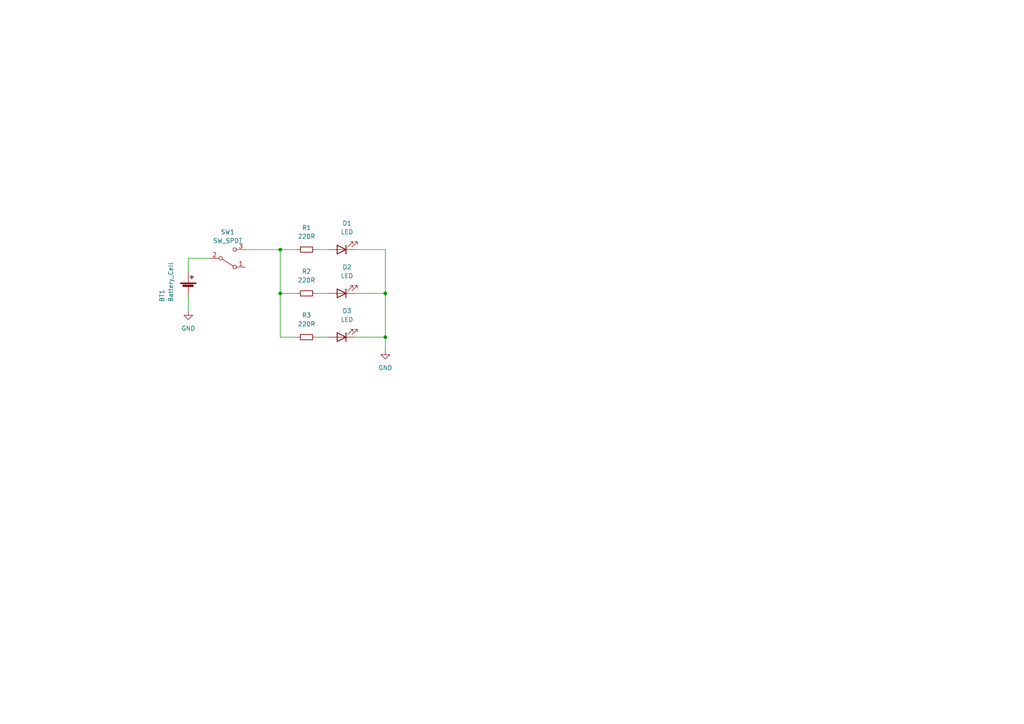
<source format=kicad_sch>
(kicad_sch (version 20211123) (generator eeschema)
  (paper "A4")
  (lib_symbols
    (symbol "Device:Battery_Cell" (pin_numbers hide) (pin_names (offset 0) hide)
      (property "Reference" "BT" (at 2.54 2.54 0))
      (property "Value" "Battery_Cell" (at 2.54 0 0))
      (symbol "Battery_Cell_0_1"
        (rectangle (start -2.286 1.778) (end 2.286 1.524) (fill (type outline)))
        (rectangle (start -1.5748 1.1938) (end 1.4732 0.6858) (fill (type outline)))
        (polyline (pts (xy 0 0.762) (xy 0 0)))
        (polyline (pts (xy 0 1.778) (xy 0 2.54)))
        (polyline (pts (xy 0.508 3.429) (xy 1.524 3.429)) (stroke (width 0.254)))
        (polyline (pts (xy 1.016 3.937) (xy 1.016 2.921)) (stroke (width 0.254)))
      )
      (symbol "Battery_Cell_1_1"
        (pin passive line (at 0 5.08 270) (length 2.54) (name "+") (number "1"))
        (pin passive line (at 0 -2.54 90) (length 2.54) (name "-") (number "2"))
      )
    )
    (symbol "Device:LED" (pin_numbers hide) (pin_names (offset 1.016) hide)
      (property "Reference" "D" (at 0 2.54 0))
      (property "Value" "LED" (at 0 -2.54 0))
      (symbol "LED_0_1"
        (polyline (pts (xy -1.27 -1.27) (xy -1.27 1.27)) (stroke (width 0.254)))
        (polyline (pts (xy -1.27 0) (xy 1.27 0)))
        (polyline (pts (xy 1.27 -1.27) (xy 1.27 1.27) (xy -1.27 0) (xy 1.27 -1.27)) (stroke (width 0.254)))
        (polyline (pts (xy -3.048 -0.762) (xy -4.572 -2.286) (xy -3.81 -2.286) (xy -4.572 -2.286) (xy -4.572 -1.524)))
        (polyline (pts (xy -1.778 -0.762) (xy -3.302 -2.286) (xy -2.54 -2.286) (xy -3.302 -2.286) (xy -3.302 -1.524)))
      )
      (symbol "LED_1_1"
        (pin passive line (at -3.81 0 0) (length 2.54) (name "K") (number "1"))
        (pin passive line (at 3.81 0 180) (length 2.54) (name "A") (number "2"))
      )
    )
    (symbol "Device:R_Small" (pin_numbers hide) (pin_names (offset 0.254) hide)
      (property "Reference" "R" (at 0.762 0.508 0))
      (property "Value" "R_Small" (at 0.762 -1.016 0))
      (symbol "R_Small_0_1"
        (rectangle (start -0.762 1.778) (end 0.762 -1.778) (stroke (width 0.2032)))
      )
      (symbol "R_Small_1_1"
        (pin passive line (at 0 2.54 270) (length 0.762) (name "~") (number "1"))
        (pin passive line (at 0 -2.54 90) (length 0.762) (name "~") (number "2"))
      )
    )
    (symbol "Switch:SW_SPDT" (pin_names (offset 0) hide)
      (property "Reference" "SW" (at 0 4.318 0))
      (property "Value" "SW_SPDT" (at 0 -5.08 0))
      (symbol "SW_SPDT_0_0"
        (circle (center -2.032 0) (radius 0.508))
        (circle (center 2.032 -2.54) (radius 0.508))
      )
      (symbol "SW_SPDT_0_1"
        (polyline (pts (xy -1.524 0.254) (xy 1.651 2.286)))
        (circle (center 2.032 2.54) (radius 0.508))
      )
      (symbol "SW_SPDT_1_1"
        (pin passive line (at 5.08 2.54 180) (length 2.54) (name "A") (number "1"))
        (pin passive line (at -5.08 0 0) (length 2.54) (name "B") (number "2"))
        (pin passive line (at 5.08 -2.54 180) (length 2.54) (name "C") (number "3"))
      )
    )
    (symbol "power:GND" (power) (pin_names (offset 0))
      (property "Value" "GND" (at 0 -3.81 0))
      (symbol "GND_0_1"
        (polyline (pts (xy 0 0) (xy 0 -1.27) (xy 1.27 -1.27) (xy 0 -2.54) (xy -1.27 -1.27) (xy 0 -1.27)))
      )
      (symbol "GND_1_1"
        (pin power_in line (at 0 0 270) (length 0) hide (name "GND") (number "1"))
      )
    )
  )
  (junction (at 111.76 85.09))
  (junction (at 81.28 85.09))
  (junction (at 111.76 97.79))
  (junction (at 81.28 72.39))
  (wire (pts (xy 91.44 72.39) (xy 95.25 72.39)))
  (wire (pts (xy 71.12 72.39) (xy 81.28 72.39)))
  (wire (pts (xy 54.61 74.93) (xy 54.61 78.74)))
  (wire (pts (xy 102.87 85.09) (xy 111.76 85.09)))
  (wire (pts (xy 81.28 72.39) (xy 81.28 85.09)))
  (wire (pts (xy 111.76 72.39) (xy 111.76 85.09)))
  (wire (pts (xy 111.76 85.09) (xy 111.76 97.79)))
  (wire (pts (xy 91.44 85.09) (xy 95.25 85.09)))
  (wire (pts (xy 111.76 97.79) (xy 111.76 101.6)))
  (wire (pts (xy 81.28 85.09) (xy 86.36 85.09)))
  (wire (pts (xy 102.87 97.79) (xy 111.76 97.79)))
  (wire (pts (xy 81.28 85.09) (xy 81.28 97.79)))
  (wire (pts (xy 91.44 97.79) (xy 95.25 97.79)))
  (wire (pts (xy 54.61 86.36) (xy 54.61 90.17)))
  (wire (pts (xy 81.28 72.39) (xy 86.36 72.39)))
  (wire (pts (xy 102.87 72.39) (xy 111.76 72.39)))
  (wire (pts (xy 81.28 97.79) (xy 86.36 97.79)))
  (wire (pts (xy 60.96 74.93) (xy 54.61 74.93)))
  (symbol (lib_id "Switch:SW_SPDT") (at 66.04 74.93 0) (mirror x) (unit 1)
    (property "Reference" "SW1" (at 66.04 67.31 0))
    (property "Value" "SW_SPDT" (at 66.04 69.85 0))
    (property "Footprint" "Button_Switch_THT:SW_CuK_OS102011MA1QN1_SPDT_Angled" (effects hide))
  )
  (symbol (lib_id "power:GND") (at 54.61 90.17 0) (unit 1)
    (property "Reference" "#PWR01" (effects hide))
    (property "Value" "GND" (at 54.61 95.25 0))
  )
  (symbol (lib_id "Device:R_Small") (at 88.9 85.09 270) (unit 1)
    (property "Reference" "R2" (at 88.9 78.74 90))
    (property "Value" "220R" (at 88.9 81.28 90))
    (property "Footprint" "Resistor_THT:R_Axial_DIN0204_L3.6mm_D1.6mm_P5.08mm_Horizontal" (effects hide))
  )
  (symbol (lib_id "Device:LED") (at 99.06 85.09 180) (unit 1)
    (property "Reference" "D2" (at 100.6475 77.47 0))
    (property "Value" "LED" (at 100.6475 80.01 0))
    (property "Footprint" "LED_THT:LED_D3.0mm" (effects hide))
  )
  (symbol (lib_id "Device:R_Small") (at 88.9 72.39 270) (unit 1)
    (property "Reference" "R1" (at 88.9 66.04 90))
    (property "Value" "220R" (at 88.9 68.58 90))
    (property "Footprint" "Resistor_THT:R_Axial_DIN0204_L3.6mm_D1.6mm_P5.08mm_Horizontal" (effects hide))
  )
  (symbol (lib_id "Device:R_Small") (at 88.9 97.79 270) (unit 1)
    (property "Reference" "R3" (at 88.9 91.44 90))
    (property "Value" "220R" (at 88.9 93.98 90))
    (property "Footprint" "Resistor_THT:R_Axial_DIN0204_L3.6mm_D1.6mm_P5.08mm_Horizontal" (effects hide))
  )
  (symbol (lib_id "Device:LED") (at 99.06 72.39 180) (unit 1)
    (property "Reference" "D1" (at 100.6475 64.77 0))
    (property "Value" "LED" (at 100.6475 67.31 0))
    (property "Footprint" "LED_THT:LED_D3.0mm" (effects hide))
  )
  (symbol (lib_id "Device:LED") (at 99.06 97.79 180) (unit 1)
    (property "Reference" "D3" (at 100.6475 90.17 0))
    (property "Value" "LED" (at 100.6475 92.71 0))
    (property "Footprint" "LED_THT:LED_D3.0mm" (effects hide))
  )
  (symbol (lib_id "power:GND") (at 111.76 101.6 0) (unit 1)
    (property "Reference" "#PWR02" (effects hide))
    (property "Value" "GND" (at 111.76 106.68 0))
  )
  (symbol (lib_id "Device:Battery_Cell") (at 54.61 83.82 0) (unit 1)
    (property "Reference" "BT1" (at 46.99 87.63 90) (effects (justify left)))
    (property "Value" "Battery_Cell" (at 49.53 87.63 90) (effects (justify left)))
    (property "Footprint" "Battery:Battery_Contact_CR2032_CoinCell" (effects hide))
  )
)
</source>
